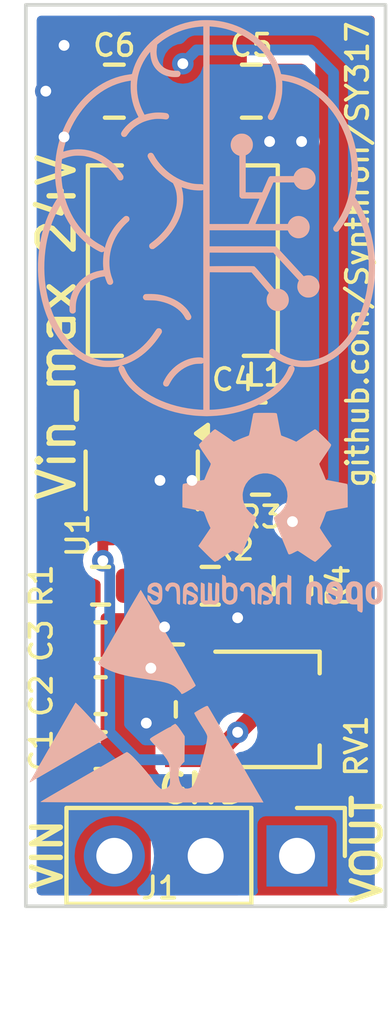
<source format=kicad_pcb>
(kicad_pcb (version 20221018) (generator pcbnew)
  (layers (0 "F.Cu" signal) (31 "B.Cu" signal) (34 "B.Paste" user) (35 "F.Paste" user) (36 "B.SilkS" user "B.Silkscreen") (37 "F.SilkS" user "F.Silkscreen") (38 "B.Mask" user) (39 "F.Mask" user) (44 "Edge.Cuts" user))
  (net 0 "")
  (net 1 "VD")
  (net 2 "GND")
  (net 3 "Net-(C4-Pad1)")
  (net 4 "Net-(U1-SW)")
  (net 5 "VDD")
  (net 6 "Net-(U1-EN)")
  (net 7 "Net-(U1-BOOT)")
  (net 8 "Net-(U1-FB)")
  (footprint "Capacitor_SMD:C_0805_2012Metric" (layer "F.Cu") (at 166.37 91.694)
    (fp_text reference "C5" (at 0 -1.27) (layer "F.SilkS") (effects (font (size 0.6 0.6) (thickness 0.1))))
    (fp_text value "22µ")
    (pad "1" smd roundrect (at -0.95 0) (size 1 1.45) (layers "F.Cu" "F.Paste" "F.Mask") (net 5 "VDD"))
    (pad "2" smd roundrect (at 0.95 0) (size 1 1.45) (layers "F.Cu" "F.Paste" "F.Mask") (net 2 "GND"))
  )
  (footprint "Resistor_SMD:R_0603_1608Metric" (layer "F.Cu") (at 165.227 105.41)
    (fp_text reference "R2" (at 0.635 -1.016) (layer "F.SilkS") (effects (font (size 0.6 0.6) (thickness 0.1))))
    (fp_text value "39k")
    (pad "1" smd roundrect (at -0.825 0) (size 0.8 0.95) (layers "F.Cu" "F.Paste" "F.Mask") (net 6 "Net-(U1-EN)"))
    (pad "2" smd roundrect (at 0.825 0) (size 0.8 0.95) (layers "F.Cu" "F.Paste" "F.Mask") (net 2 "GND"))
  )
  (footprint "Resistor_SMD:R_0603_1608Metric" (layer "F.Cu") (at 162.179 105.41)
    (fp_text reference "R1" (at -1.651 0 90) (layer "F.SilkS") (effects (font (size 0.6 0.6) (thickness 0.1))))
    (fp_text value "180k")
    (pad "1" smd roundrect (at -0.825 0) (size 0.8 0.95) (layers "F.Cu" "F.Paste" "F.Mask") (net 1 "VD"))
    (pad "2" smd roundrect (at 0.825 0) (size 0.8 0.95) (layers "F.Cu" "F.Paste" "F.Mask") (net 6 "Net-(U1-EN)"))
  )
  (footprint "Capacitor_SMD:C_0603_1608Metric" (layer "F.Cu") (at 162.179 108.458)
    (fp_text reference "C2" (at -1.651 0 90) (layer "F.SilkS") (effects (font (size 0.6 0.6) (thickness 0.1))))
    (fp_text value "10µ")
    (pad "1" smd roundrect (at -0.775 0) (size 0.9 0.95) (layers "F.Cu" "F.Paste" "F.Mask") (net 1 "VD"))
    (pad "2" smd roundrect (at 0.775 0) (size 0.9 0.95) (layers "F.Cu" "F.Paste" "F.Mask") (net 2 "GND"))
  )
  (footprint "Capacitor_SMD:C_0603_1608Metric" (layer "F.Cu") (at 166.624 100.838 180)
    (fp_text reference "C4" (at 0.762 1.143) (layer "F.SilkS") (effects (font (size 0.6 0.6) (thickness 0.1))))
    (fp_text value "100n")
    (pad "1" smd roundrect (at -0.775 0 180) (size 0.9 0.95) (layers "F.Cu" "F.Paste" "F.Mask") (net 3 "Net-(C4-Pad1)"))
    (pad "2" smd roundrect (at 0.775 0 180) (size 0.9 0.95) (layers "F.Cu" "F.Paste" "F.Mask") (net 4 "Net-(U1-SW)"))
  )
  (footprint "Capacitor_SMD:C_0603_1608Metric" (layer "F.Cu") (at 162.179 106.934)
    (fp_text reference "C3" (at -1.651 0 90) (layer "F.SilkS") (effects (font (size 0.6 0.6) (thickness 0.1))))
    (fp_text value "100n")
    (pad "1" smd roundrect (at -0.775 0) (size 0.9 0.95) (layers "F.Cu" "F.Paste" "F.Mask") (net 1 "VD"))
    (pad "2" smd roundrect (at 0.775 0) (size 0.9 0.95) (layers "F.Cu" "F.Paste" "F.Mask") (net 2 "GND"))
  )
  (footprint "Inductor_SMD:L_Vishay_IHLP-2020" (layer "F.Cu") (at 164.465 96.393 90)
    (fp_text reference "L1" (at -3.175 2.286 180) (layer "F.SilkS") (effects (font (size 0.6 0.6) (thickness 0.1))))
    (fp_text value "5µ6H")
    (pad "1" smd rect (at -2.4265 0 90) (size 1.903 2.79) (layers "F.Cu" "F.Paste" "F.Mask") (net 4 "Net-(U1-SW)"))
    (pad "2" smd rect (at 2.4265 0 90) (size 1.903 2.79) (layers "F.Cu" "F.Paste" "F.Mask") (net 5 "VDD"))
  )
  (footprint "Capacitor_SMD:C_0805_2012Metric" (layer "F.Cu") (at 162.56 91.694 180)
    (fp_text reference "C6" (at 0 1.27) (layer "F.SilkS") (effects (font (size 0.6 0.6) (thickness 0.1))))
    (fp_text value "22µ")
    (pad "1" smd roundrect (at -0.95 0 180) (size 1 1.45) (layers "F.Cu" "F.Paste" "F.Mask") (net 5 "VDD"))
    (pad "2" smd roundrect (at 0.95 0 180) (size 1 1.45) (layers "F.Cu" "F.Paste" "F.Mask") (net 2 "GND"))
  )
  (footprint "Resistor_SMD:R_0603_1608Metric" (layer "F.Cu") (at 166.624 102.362 180)
    (fp_text reference "R3" (at 0 -1.143) (layer "F.SilkS") (effects (font (size 0.6 0.6) (thickness 0.1))))
    (fp_text value "30")
    (pad "1" smd roundrect (at -0.825 0 180) (size 0.8 0.95) (layers "F.Cu" "F.Paste" "F.Mask") (net 3 "Net-(C4-Pad1)"))
    (pad "2" smd roundrect (at 0.825 0 180) (size 0.8 0.95) (layers "F.Cu" "F.Paste" "F.Mask") (net 7 "Net-(U1-BOOT)"))
  )
  (footprint "Capacitor_SMD:C_0603_1608Metric" (layer "F.Cu") (at 162.179 109.982)
    (fp_text reference "C1" (at -1.651 0 90) (layer "F.SilkS") (effects (font (size 0.6 0.6) (thickness 0.1))))
    (fp_text value "10µ")
    (pad "1" smd roundrect (at -0.775 0) (size 0.9 0.95) (layers "F.Cu" "F.Paste" "F.Mask") (net 1 "VD"))
    (pad "2" smd roundrect (at 0.775 0) (size 0.9 0.95) (layers "F.Cu" "F.Paste" "F.Mask") (net 2 "GND"))
  )
  (footprint "Resistor_SMD:R_0603_1608Metric" (layer "F.Cu") (at 167.513 105.41 -90)
    (fp_text reference "R4" (at 0 -1.27 -270) (layer "F.SilkS") (effects (font (size 0.6 0.6) (thickness 0.1))))
    (fp_text value "22k")
    (pad "1" smd roundrect (at -0.825 0 270) (size 0.8 0.95) (layers "F.Cu" "F.Paste" "F.Mask") (net 5 "VDD"))
    (pad "2" smd roundrect (at 0.825 0 270) (size 0.8 0.95) (layers "F.Cu" "F.Paste" "F.Mask") (net 8 "Net-(U1-FB)"))
  )
  (footprint "Potentiometer_SMD:Potentiometer_Bourns_TC33X_Vertical" (layer "F.Cu") (at 166.37 108.839)
    (fp_text reference "RV1" (at 2.921 1.016 90) (layer "F.SilkS") (effects (font (size 0.6 0.6) (thickness 0.1))))
    (fp_text value "50k")
    (pad "1" smd rect (at -1.8 -1) (size 1.2 1.2) (layers "F.Cu" "F.Paste" "F.Mask") (net 2 "GND"))
    (pad "2" smd rect (at 1.45 0) (size 1.5 1.6) (layers "F.Cu" "F.Paste" "F.Mask") (net 8 "Net-(U1-FB)"))
    (pad "3" smd rect (at -1.8 1) (size 1.2 1.2) (layers "F.Cu" "F.Paste" "F.Mask") (net 8 "Net-(U1-FB)"))
  )
  (footprint "Connector_PinHeader_2.54mm:PinHeader_1x03_P2.54mm_Vertical" (layer "F.Cu") (at 167.64 112.903 -90)
    (fp_text reference "J1" (at 0.889 3.81 -180) (layer "F.SilkS") (effects (font (size 0.6 0.6) (thickness 0.1))))
    (fp_text value "Conn_01x03")
    (pad "1" thru_hole rect (at 0 0 270) (size 1.7 1.7) (drill 1) (layers "*.Cu" "*.Mask") (net 5 "VDD"))
    (pad "2" thru_hole oval (at 0 2.54 270) (size 1.7 1.7) (drill 1) (layers "*.Cu" "*.Mask") (net 2 "GND"))
    (pad "3" thru_hole oval (at 0 5.08 270) (size 1.7 1.7) (drill 1) (layers "*.Cu" "*.Mask") (net 1 "VD"))
  )
  (footprint "Package_TO_SOT_SMD:SOT-23-6" (layer "F.Cu") (at 163.322 102.489 -90)
    (fp_text reference "U1" (at 1.524 1.778 90) (layer "F.SilkS") (effects (font (size 0.6 0.6) (thickness 0.1))))
    (fp_text value "TPS56339DDC")
    (pad "1" smd roundrect (at -1.1375 -0.95 270) (size 1.325 0.6) (layers "F.Cu" "F.Paste" "F.Mask") (net 2 "GND"))
    (pad "2" smd roundrect (at -1.1375 0 270) (size 1.325 0.6) (layers "F.Cu" "F.Paste" "F.Mask") (net 4 "Net-(U1-SW)"))
    (pad "3" smd roundrect (at -1.1375 0.95 270) (size 1.325 0.6) (layers "F.Cu" "F.Paste" "F.Mask") (net 1 "VD"))
    (pad "4" smd roundrect (at 1.1375 0.95 270) (size 1.325 0.6) (layers "F.Cu" "F.Paste" "F.Mask") (net 8 "Net-(U1-FB)"))
    (pad "5" smd roundrect (at 1.1375 0 270) (size 1.325 0.6) (layers "F.Cu" "F.Paste" "F.Mask") (net 6 "Net-(U1-EN)"))
    (pad "6" smd roundrect (at 1.1375 -0.95 270) (size 1.325 0.6) (layers "F.Cu" "F.Paste" "F.Mask") (net 7 "Net-(U1-BOOT)"))
  )
  (footprint "Eigene:logo" (layer "B.Cu") (at 165.1 95.25 180)
    (fp_text reference "G***" hide)
    (fp_text value "LOGO" hide)
  )
  (footprint "Symbol:ESD-Logo_6.6x6mm_SilkScreen" (layer "B.Cu") (at 163.449 108.458 180)
    (fp_text reference "REF**" hide)
    (fp_text value "ESD-Logo_6.6x6mm_SilkScreen" hide)
  )
  (footprint "Symbol:OSHW-Logo2_7.3x6mm_SilkScreen" (layer "B.Cu") (at 166.751 103.378 180)
    (fp_text reference "REF**" hide)
    (fp_text value "OSHW-Logo2_7.3x6mm_SilkScreen" hide)
  )
  (gr_line (start 160.1 114.3) (end 170.1 114.3) (stroke (width 0.1)) (layer "Edge.Cuts"))
  (gr_line (start 160.1 89.3) (end 160.1 114.3) (stroke (width 0.1)) (layer "Edge.Cuts"))
  (gr_line (start 170.1 89.3) (end 160.1 89.3) (stroke (width 0.1)) (layer "Edge.Cuts"))
  (gr_line (start 170.1 114.3) (end 170.1 89.3) (stroke (width 0.1)) (layer "Edge.Cuts"))
  (gr_text "VOUT" (at 170.053 114.3 90) (layer "F.SilkS") (effects (font (size 0.8 0.8)) (justify left bottom)))
  (gr_text "VIN" (at 161.163 113.919 90) (layer "F.SilkS") (effects (font (size 0.8 0.8)) (justify left bottom)))
  (gr_text "github.com/Synthron/SY317" (at 169.672 102.743 90) (layer "F.SilkS") (effects (font (size 0.6 0.6) (thickness 0.1) bold) (justify left bottom)))
  (gr_text "GND" (at 163.703 111.506) (layer "F.SilkS") (effects (font (size 0.8 0.8)) (justify left bottom)))
  (gr_text "Vin_max 24V" (at 161.544 103.124 90) (layer "F.SilkS") (effects (font (size 1 1)) (justify left bottom)))
  (segment (start 164.272 101.3515) (end 164.272 102.042) (width 0.5) (layer "F.Cu") (net 2))
  (segment (start 164.272 101.3515) (end 164.272 102.047) (width 0.5) (layer "F.Cu") (net 2))
  (segment (start 164.272 102.047) (end 163.83 102.489) (width 0.5) (layer "F.Cu") (net 2))
  (segment (start 164.719 102.489) (end 163.83 102.489) (width 0.5) (layer "F.Cu") (net 2))
  (segment (start 164.272 102.042) (end 164.719 102.489) (width 0.5) (layer "F.Cu") (net 2))
  (via (at 167.767 93.091) (size 0.6) (drill 0.3) (layers "F.Cu" "B.Cu") (net 2))
  (via (at 163.957 106.553) (size 0.6) (drill 0.3) (layers "F.Cu" "B.Cu") (net 2))
  (via (at 161.163 90.424) (size 0.6) (drill 0.3) (layers "F.Cu" "B.Cu") (net 2))
  (via (at 161.163 92.964) (size 0.6) (drill 0.3) (layers "F.Cu" "B.Cu") (net 2))
  (via (at 163.83 102.489) (size 0.6) (drill 0.3) (layers "F.Cu" "B.Cu") (net 2))
  (via (at 164.719 102.489) (size 0.6) (drill 0.3) (layers "F.Cu" "B.Cu") (net 2))
  (via (at 165.989 106.299) (size 0.6) (drill 0.3) (layers "F.Cu" "B.Cu") (net 2))
  (via (at 160.655 91.694) (size 0.6) (drill 0.3) (layers "F.Cu" "B.Cu") (net 2))
  (via (at 163.576 107.696) (size 0.6) (drill 0.3) (layers "F.Cu" "B.Cu") (net 2))
  (via (at 163.449 109.22) (size 0.6) (drill 0.3) (layers "F.Cu" "B.Cu") (net 2))
  (via (at 166.878 93.091) (size 0.6) (drill 0.3) (layers "F.Cu" "B.Cu") (net 2))
  (segment (start 167.399 102.312) (end 167.449 102.362) (width 0.5) (layer "F.Cu") (net 3))
  (segment (start 167.399 100.838) (end 167.399 102.312) (width 0.5) (layer "F.Cu") (net 3))
  (segment (start 167.513 103.632) (end 167.513 104.585) (width 0.5) (layer "F.Cu") (net 5))
  (via (at 167.513 103.632) (size 0.6) (drill 0.3) (layers "F.Cu" "B.Cu") (net 5))
  (via (at 164.465 90.932) (size 0.6) (drill 0.3) (layers "F.Cu" "B.Cu") (net 5))
  (segment (start 168.656 91.186) (end 168.021 90.551) (width 0.3) (layer "B.Cu") (net 5))
  (segment (start 168.021 90.551) (end 164.846 90.551) (width 0.3) (layer "B.Cu") (net 5))
  (segment (start 164.846 90.551) (end 164.465 90.932) (width 0.3) (layer "B.Cu") (net 5))
  (segment (start 167.513 103.632) (end 168.656 102.489) (width 0.3) (layer "B.Cu") (net 5))
  (segment (start 168.656 102.489) (end 168.656 91.186) (width 0.3) (layer "B.Cu") (net 5))
  (segment (start 164.402 105.41) (end 163.004 105.41) (width 0.5) (layer "F.Cu") (net 6))
  (segment (start 163.322 103.6265) (end 163.322 105.092) (width 0.5) (layer "F.Cu") (net 6))
  (segment (start 163.322 105.092) (end 163.004 105.41) (width 0.5) (layer "F.Cu") (net 6))
  (segment (start 165.608 103.632) (end 165.6025 103.6265) (width 0.5) (layer "F.Cu") (net 7))
  (segment (start 165.6025 103.6265) (end 164.272 103.6265) (width 0.5) (layer "F.Cu") (net 7))
  (segment (start 165.799 103.441) (end 165.608 103.632) (width 0.5) (layer "F.Cu") (net 7))
  (segment (start 165.799 102.362) (end 165.799 103.441) (width 0.5) (layer "F.Cu") (net 7))
  (segment (start 162.241288 103.757212) (end 162.372 103.6265) (width 0.3) (layer "F.Cu") (net 8))
  (segment (start 165.624 109.839) (end 165.989 109.474) (width 0.5) (layer "F.Cu") (net 8))
  (segment (start 165.989 109.474) (end 166.624 108.839) (width 0.5) (layer "F.Cu") (net 8))
  (segment (start 164.57 109.839) (end 165.624 109.839) (width 0.5) (layer "F.Cu") (net 8))
  (segment (start 167.513 108.532) (end 167.82 108.839) (width 0.5) (layer "F.Cu") (net 8))
  (segment (start 167.513 106.235) (end 167.513 108.532) (width 0.5) (layer "F.Cu") (net 8))
  (segment (start 162.241288 104.717191) (end 162.241288 103.757212) (width 0.3) (layer "F.Cu") (net 8))
  (segment (start 166.624 108.839) (end 167.82 108.839) (width 0.5) (layer "F.Cu") (net 8))
  (via (at 162.241288 104.717191) (size 0.6) (drill 0.3) (layers "F.Cu" "B.Cu") (net 8))
  (via (at 165.989 109.474) (size 0.6) (drill 0.3) (layers "F.Cu" "B.Cu") (net 8))
  (segment (start 162.433 104.908903) (end 162.241288 104.717191) (width 0.3) (layer "B.Cu") (net 8))
  (segment (start 165.227 110.236) (end 163.195 110.236) (width 0.3) (layer "B.Cu") (net 8))
  (segment (start 162.433 109.474) (end 162.433 108.839) (width 0.3) (layer "B.Cu") (net 8))
  (segment (start 165.989 109.474) (end 165.227 110.236) (width 0.3) (layer "B.Cu") (net 8))
  (segment (start 163.195 110.236) (end 162.433 109.474) (width 0.3) (layer "B.Cu") (net 8))
  (segment (start 162.433 108.839) (end 162.433 104.908903) (width 0.3) (layer "B.Cu") (net 8))
  (zone (net 2) (net_name "GND") (layer "F.Cu") (priority 2) (connect_pads yes (clearance 0.25)) (min_thickness 0.25) (fill yes (thermal_gap 0.5) (thermal_bridge_width 0.5))
    (polygon (pts (xy 163.83 114.3) (xy 163.83 111.125) (xy 162.179 111.125) (xy 162.179 106.172) (xy 165.227 106.172) (xy 165.227 104.648) (xy 166.751 104.648) (xy 166.751 107.696) (xy 165.608 108.839) (xy 165.608 108.839) (xy 163.703 108.839) (xy 163.703 110.49) (xy 166.37 110.49) (xy 166.37 114.3)))
  )
  (zone (net 2) (net_name "GND") (layer "F.Cu") (connect_pads yes (clearance 0.25)) (min_thickness 0.25) (fill yes (thermal_gap 0.5) (thermal_bridge_width 0.5))
    (polygon (pts (xy 166.497 90.678) (xy 168.148 90.678) (xy 168.148 93.472) (xy 166.497 93.472)))
  )
  (zone (net 5) (net_name "VDD") (layer "F.Cu") (priority 3) (connect_pads yes (clearance 0.2)) (min_thickness 0.2) (fill yes (thermal_gap 0.5) (thermal_bridge_width 0.5))
    (polygon (pts (xy 166.37 114.3) (xy 170.053 114.3) (xy 170.053 89.281) (xy 162.56 89.281) (xy 162.56 95.25) (xy 166.243 95.25) (xy 166.243 90.678) (xy 168.148 90.678) (xy 168.148 94.107) (xy 168.148 103.759) (xy 168.529 104.14) (xy 168.529 107.442) (xy 168.783 107.696) (xy 168.783 109.728) (xy 168.021 110.49) (xy 166.37 110.49)))
  )
  (zone (net 2) (net_name "GND") (layer "F.Cu") (priority 1) (connect_pads yes (clearance 0.25)) (min_thickness 0.25) (fill yes (thermal_gap 0.5) (thermal_bridge_width 0.5))
    (polygon (pts (xy 162.433 93.345) (xy 160.274 93.345) (xy 160.274 90.043) (xy 162.433 90.043)))
  )
  (zone (net 1) (net_name "VD") (layer "F.Cu") (connect_pads yes (clearance 0.25)) (min_thickness 0.25) (fill yes (thermal_gap 0.5) (thermal_bridge_width 0.5))
    (polygon (pts (xy 163.83 114.3) (xy 163.83 111.252) (xy 162.179 111.252) (xy 162.179 104.902) (xy 161.671 104.394) (xy 161.671 102.489) (xy 162.814 102.489) (xy 162.814 100.33) (xy 160.147 100.33) (xy 160.147 114.3)))
  )
  (zone (net 4) (net_name "Net-(U1-SW)") (layer "F.Cu") (priority 3) (connect_pads yes (clearance 0.25)) (min_thickness 0.25) (fill yes (thermal_gap 0.5) (thermal_bridge_width 0.5))
    (polygon (pts (xy 162.941 102.108) (xy 163.703 102.108) (xy 163.703 100.33) (xy 165.1 100.33) (xy 165.1 101.6) (xy 166.624 101.6) (xy 166.624 97.536) (xy 162.687 97.536) (xy 162.687 100.203) (xy 162.941 100.203)))
  )
  (zone (net 2) (net_name "GND") (layer "B.Cu") (connect_pads yes (clearance 0.25)) (min_thickness 0.25) (fill yes (thermal_gap 0.5) (thermal_bridge_width 0.5))
    (polygon (pts (xy 170.053 114.3) (xy 160.147 114.3) (xy 160.147 89.281) (xy 170.053 89.281)))
  )
)
</source>
